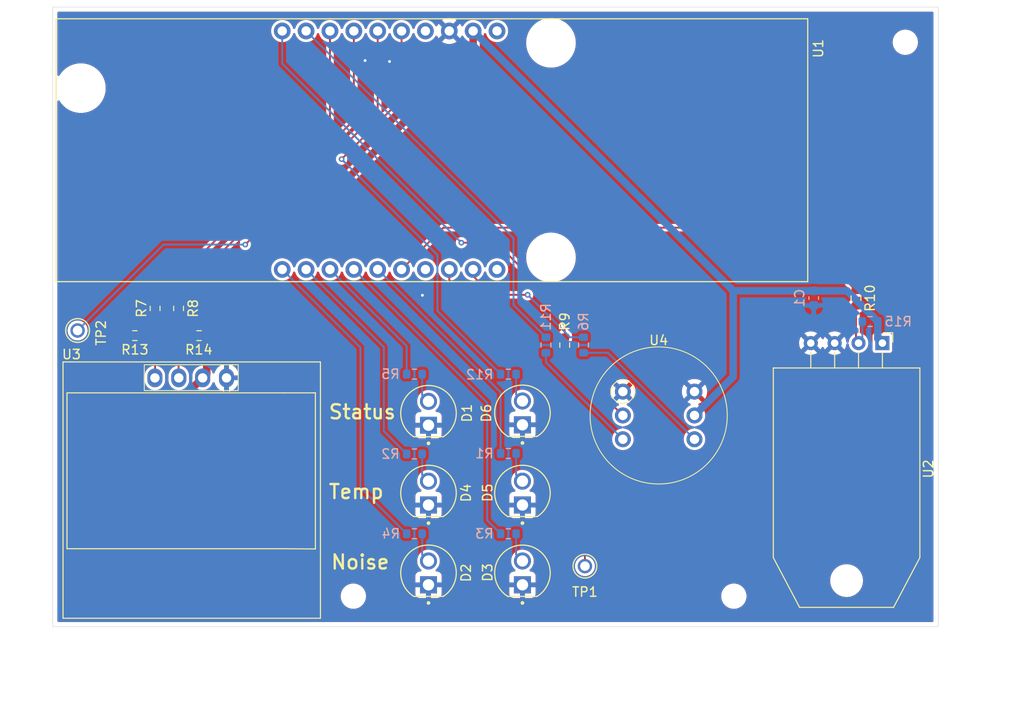
<source format=kicad_pcb>
(kicad_pcb (version 20241229) (generator "pcbnew") (generator_version "9.0")
  (layers (0 "F.Cu" signal) (2 "B.Cu" signal) (13 "F.Paste" user) (15 "B.Paste" user) (5 "F.SilkS" user "F.Silkscreen") (7 "B.SilkS" user "B.Silkscreen") (1 "F.Mask" user) (3 "B.Mask" user) (25 "Edge.Cuts" user))
  (net 0 "")
  (net 1 "+3.3V")
  (net 2 "GND")
  (net 3 "Net-(D1-PadA)")
  (net 4 "Net-(U1-GPIO2)")
  (net 5 "Net-(U1-GPIO3)")
  (net 6 "Net-(U1-GPIO4)")
  (net 7 "Net-(U1-GPIO5)")
  (net 8 "Net-(U2-SDA)")
  (net 9 "Net-(U1-GPIO13)")
  (net 10 "Net-(U3-SDA)")
  (net 11 "Net-(U1-GPIO14)")
  (net 12 "Net-(U3-SCL)")
  (net 13 "Net-(U1-GPIO15)")
  (net 14 "Net-(U1-GPIO16)")
  (net 15 "Net-(U1-GPIO32)")
  (net 16 "Net-(U1-GPIO33)")
  (net 21 "Net-(D4-PadA)")
  (net 22 "Net-(D2-PadA)")
  (net 23 "Net-(D3-PadA)")
  (net 24 "Net-(U1-GPI36)")
  (net 25 "Net-(U1-GPI35)")
  (net 26 "Net-(U4-SCK)")
  (net 27 "Net-(U4-SD)")
  (net 28 "Net-(D5-PadA)")
  (net 29 "Net-(D6-PadA)")
  (net 30 "Net-(U4-WS)")
  (net 31 "Net-(U1-GPIO0)")
  (net 32 "Net-(U1-GPIO1)")
  (footprint "Custom_Parts:5002" (layer "F.Cu") (at 77.65 80.95 -90)
    (property "Reference" "TP2" (at 0.25 -2.5 90) (layer "F.SilkS"))
    (property "Value" "5002" (hide yes))
    (fp_circle (center 0 0) (end 1.27 0) (stroke (width 0.127)) (fill no) (layer "F.SilkS"))
    (pad "TP" thru_hole circle (at 0 0 270) (size 1.53 1.53) (drill 1.02) (layers "*.Cu" "*.Mask") (net 32 "Net-(U1-GPIO1)"))
  )
  (footprint "Custom_Parts:Standard_LED_Throughhole" (layer "F.Cu") (at 125 106.77 90)
    (property "Reference" "D3" (at 0.04 -3.708 90) (layer "F.SilkS"))
    (property "Value" "LED" (hide yes))
    (fp_line (start -2.5 -1.566) (end -2.5 1.566) (stroke (width 0.127)) (layer "F.SilkS"))
    (fp_arc (start -2.5 -1.566) (mid 2.961291 0) (end -2.5 1.566) (stroke (width 0.127)) (layer "F.SilkS"))
    (fp_circle (center -3.2 0) (end -3.1 0) (stroke (width 0.2)) (fill no) (layer "F.SilkS"))
    (pad "A" thru_hole circle (at 1.27 0 90) (size 1.815 1.815) (drill 1.21) (layers "*.Cu" "*.Mask") (net 23 "Net-(D3-PadA)"))
    (pad "C" thru_hole rect (at -1.27 0 90) (size 1.815 1.815) (drill 1.21) (layers "*.Cu" "*.Mask") (net 2 "GND"))
  )
  (footprint "Custom_Parts:INMP441" (layer "F.Cu") (at 139.5 90)
    (property "Reference" "U4" (at 0 -8 0) (layer "F.SilkS"))
    (property "Value" "INMP441" (hide yes))
    (fp_circle (center -3.81 -2.54) (end -2.5654 -2.54) (stroke (width 0.1)) (fill no) (layer "F.SilkS"))
    (fp_circle (center 0 0) (end 7.3 0) (stroke (width 0.1)) (fill no) (layer "F.SilkS"))
    (pad "1" thru_hole circle (at -3.81 -2.54) (size 1.7 1.7) (drill 1) (layers "*.Cu" "*.Mask") (net 2 "GND"))
    (pad "2" thru_hole circle (at 3.81 -2.54) (size 1.7 1.7) (drill 1) (layers "*.Cu" "*.Mask") (net 2 "GND"))
    (pad "3" thru_hole circle (at -3.81 0) (size 1.7 1.7) (drill 1) (layers "*.Cu" "*.Mask") (net 30 "Net-(U4-WS)"))
    (pad "4" thru_hole circle (at 3.81 0) (size 1.7 1.7) (drill 1) (layers "*.Cu" "*.Mask") (net 1 "+3.3V"))
    (pad "5" thru_hole circle (at -3.81 2.54) (size 1.7 1.7) (drill 1) (layers "*.Cu" "*.Mask") (net 26 "Net-(U4-SCK)"))
    (pad "6" thru_hole circle (at 3.81 2.54) (size 1.7 1.7) (drill 1) (layers "*.Cu" "*.Mask") (net 27 "Net-(U4-SD)"))
  )
  (footprint "MountingHole:MountingHole_2.2mm_M2" (layer "F.Cu") (at 165.75 50.25)
    (property "Reference" "H3" (hide yes))
    (property "Value" "MountingHole" (hide yes))
    (pad "" np_thru_hole circle (at 0 0) (size 2.2 2.2) (drill 2.2) (layers "*.Cu" "*.Mask"))
  )
  (footprint "Resistor_SMD:R_0603_1608Metric" (layer "F.Cu") (at 90.575 81.5)
    (property "Reference" "R14" (at -0.025 1.5 0) (layer "F.SilkS"))
    (property "Value" "0R" (hide yes))
    (fp_line (start -0.237258 -0.5225) (end 0.237258 -0.5225) (stroke (width 0.12)) (layer "F.SilkS"))
    (fp_line (start -0.237258 0.5225) (end 0.237258 0.5225) (stroke (width 0.12)) (layer "F.SilkS"))
    (pad "1" smd roundrect (at -0.825 0) (size 0.8 0.95) (layers "F.Cu" "F.Mask" "F.Paste") (net 10 "Net-(U3-SDA)"))
    (pad "2" smd roundrect (at 0.825 0) (size 0.8 0.95) (layers "F.Cu" "F.Mask" "F.Paste") (net 1 "+3.3V"))
  )
  (footprint "MountingHole:MountingHole_2.2mm_M2" (layer "F.Cu") (at 147.5 109.25)
    (property "Reference" "H2" (hide yes))
    (property "Value" "MountingHole" (hide yes))
    (pad "" np_thru_hole circle (at 0 0) (size 2.2 2.2) (drill 2.2) (layers "*.Cu" "*.Mask"))
  )
  (footprint "MountingHole:MountingHole_2.2mm_M2" (layer "F.Cu") (at 107 109.25)
    (property "Reference" "H1" (hide yes))
    (property "Value" "MountingHole" (hide yes))
    (pad "" np_thru_hole circle (at 0 0) (size 2.2 2.2) (drill 2.2) (layers "*.Cu" "*.Mask"))
  )
  (footprint "Custom_Parts:5002" (layer "F.Cu") (at 131.65 106.05 180)
    (property "Reference" "TP1" (at 0 -2.75 0) (layer "F.SilkS"))
    (property "Value" "5002" (hide yes))
    (fp_circle (center 0 0) (end 1.27 0) (stroke (width 0.127)) (fill no) (layer "F.SilkS"))
    (pad "TP" thru_hole circle (at 0 0 180) (size 1.53 1.53) (drill 1.02) (layers "*.Cu" "*.Mask") (net 25 "Net-(U1-GPI35)"))
  )
  (footprint "Custom_Parts:ESP32-POE" (layer "F.Cu") (at 115.363 61.75 -90)
    (property "Reference" "U1" (at -10.825 -41.135 90) (layer "F.SilkS"))
    (property "Value" "ESP32-POE")
    (fp_line (start -14 40) (end 14 40) (stroke (width 0.127)) (layer "F.SilkS"))
    (fp_line (start 14 40) (end 14 -40) (stroke (width 0.127)) (layer "F.SilkS"))
    (fp_line (start -14 -40) (end -14 40) (stroke (width 0.127)) (layer "F.SilkS"))
    (fp_line (start 14 -40) (end -14 -40) (stroke (width 0.127)) (layer "F.SilkS"))
    (pad "" np_thru_hole circle (at -11.44 -12.675 270) (size 2.2 2.2) (drill 2.2) (layers "*.Cu" "*.Mask"))
    (pad "" np_thru_hole circle (at -6.614 37.363 270) (size 2.2 2.2) (drill 2.2) (layers "*.Cu" "*.Mask"))
    (pad "" np_thru_hole circle (at 11.42 -12.675 270) (size 2.2 2.2) (drill 2.2) (layers "*.Cu" "*.Mask"))
    (pad "EXT1_1" thru_hole circle (at -12.7 -6.93 270) (size 1.778 1.778) (drill 1) (layers "*.Cu" "*.Mask"))
    (pad "EXT1_2" thru_hole circle (at -12.7 -4.39 270) (size 1.778 1.778) (drill 1) (layers "*.Cu" "*.Mask") (net 1 "+3.3V"))
    (pad "EXT1_3" thru_hole circle (at -12.7 -1.85 270) (size 1.778 1.778) (drill 1) (layers "*.Cu" "*.Mask") (net 2 "GND"))
    (pad "EXT1_4" thru_hole circle (at -12.7 0.69 270) (size 1.778 1.778) (drill 1) (layers "*.Cu" "*.Mask"))
    (pad "EXT1_5" thru_hole circle (at -12.7 3.23 270) (size 1.778 1.778) (drill 1) (layers "*.Cu" "*.Mask") (net 31 "Net-(U1-GPIO0)"))
    (pad "EXT1_6" thru_hole circle (at -12.7 5.77 270) (size 1.778 1.778) (drill 1) (layers "*.Cu" "*.Mask") (net 32 "Net-(U1-GPIO1)"))
    (pad "EXT1_7" thru_hole circle (at -12.7 8.31 270) (size 1.778 1.778) (drill 1) (layers "*.Cu" "*.Mask") (net 4 "Net-(U1-GPIO2)"))
    (pad "EXT1_8" thru_hole circle (at -12.7 10.85 270) (size 1.778 1.778) (drill 1) (layers "*.Cu" "*.Mask") (net 5 "Net-(U1-GPIO3)"))
    (pad "EXT1_9" thru_hole circle (at -12.7 13.39 270) (size 1.778 1.778) (drill 1) (layers "*.Cu" "*.Mask") (net 6 "Net-(U1-GPIO4)"))
    (pad "EXT1_10" thru_hole circle (at -12.7 15.93 270) (size 1.778 1.778) (drill 1) (layers "*.Cu" "*.Mask") (net 7 "Net-(U1-GPIO5)"))
    (pad "EXT2_1" thru_hole circle (at 12.7 -6.93 270) (size 1.778 1.778) (drill 1) (layers "*.Cu" "*.Mask"))
    (pad "EXT2_2" thru_hole circle (at 12.7 -4.39 270) (size 1.778 1.778) (drill 1) (layers "*.Cu" "*.Mask") (net 24 "Net-(U1-GPI36)"))
    (pad "EXT2_3" thru_hole circle (at 12.7 -1.85 270) (size 1.778 1.778) (drill 1) (layers "*.Cu" "*.Mask") (net 25 "Net-(U1-GPI35)"))
    (pad "EXT2_4" thru_hole circle (at 12.7 0.69 270) (size 1.778 1.778) (drill 1) (layers "*.Cu" "*.Mask"))
    (pad "EXT2_5" thru_hole circle (at 12.7 3.23 270) (size 1.778 1.778) (drill 1) (layers "*.Cu" "*.Mask") (net 16 "Net-(U1-GPIO33)"))
    (pad "EXT2_6" thru_hole circle (at 12.7 5.77 270) (size 1.778 1.778) (drill 1) (layers "*.Cu" "*.Mask") (net 15 "Net-(U1-GPIO32)"))
    (pad "EXT2_7" thru_hole circle (at 12.7 8.31 270) (size 1.778 1.778) (drill 1) (layers "*.Cu" "*.Mask") (net 14 "Net-(U1-GPIO16)"))
    (pad "EXT2_8" thru_hole circle (at 12.7 10.85 270) (size 1.778 1.778) (drill 1) (layers "*.Cu" "*.Mask") (net 13 "Net-(U1-GPIO15)"))
    (pad "EXT2_9" thru_hole circle (at 12.7 13.39 270) (size 1.778 1.778) (drill 1) (layers "*.Cu" "*.Mask") (net 11 "Net-(U1-GPIO14)"))
    (pad "EXT2_10" thru_hole circle (at 12.7 15.93 270) (size 1.778 1.778) (drill 1) (layers "*.Cu" "*.Mask") (net 9 "Net-(U1-GPIO13)"))
    (zone (net 0) (net_name "") (layer "F.Cu") (connect_pads (clearance 0)) (min_thickness 2.65)
      (keepout (tracks not_allowed) (vias not_allowed) (pads not_allowed) (copperpour not_allowed) (footprints allowed))
      (fill (thermal_gap 0.508) (thermal_bridge_width 0.508))
      (polygon (pts (xy 78 57.786) (xy 77.740255 57.77324) (xy 77.483011 57.735081) (xy 77.230746 57.671892) (xy 76.985889 57.584281) (xy 76.750799 57.473091) (xy 76.527739 57.339394) (xy 76.318858 57.184478) (xy 76.126167 57.009833) (xy 75.951522 56.817142) (xy 75.796606 56.608261) (xy 75.662909 56.385201) (xy 75.551719 56.150111) (xy 75.464108 55.905254) (xy 75.400919 55.652989) (xy 75.36276 55.395745) (xy 75.35 55.136) (xy 75.36276 54.876255) (xy 75.400919 54.619011) (xy 75.464108 54.366746) (xy 75.551719 54.121889) (xy 75.662909 53.886799) (xy 75.796606 53.663739) (xy 75.951522 53.454858) (xy 76.126167 53.262167) (xy 76.318858 53.087522) (xy 76.527739 52.932606) (xy 76.750799 52.798909) (xy 76.985889 52.687719) (xy 77.230746 52.600108) (xy 77.483011 52.536919) (xy 77.740255 52.49876) (xy 78 52.486) (xy 78.259745 52.49876) (xy 78.516989 52.536919) (xy 78.769254 52.600108) (xy 79.014111 52.687719) (xy 79.249201 52.798909) (xy 79.472261 52.932606) (xy 79.681142 53.087522) (xy 79.873833 53.262167) (xy 80.048478 53.454858) (xy 80.203394 53.663739) (xy 80.337091 53.886799) (xy 80.448281 54.121889) (xy 80.535892 54.366746) (xy 80.599081 54.619011) (xy 80.63724 54.876255) (xy 80.65 55.136) (xy 80.63724 55.395745) (xy 80.599081 55.652989) (xy 80.535892 55.905254) (xy 80.448281 56.150111) (xy 80.337091 56.385201) (xy 80.203394 56.608261) (xy 80.048478 56.817142) (xy 79.873833 57.009833) (xy 79.681142 57.184478) (xy 79.472261 57.339394) (xy 79.249201 57.473091) (xy 79.014111 57.584281) (xy 78.769254 57.671892) (xy 78.516989 57.735081) (xy 78.259745 57.77324)))
    )
    (zone (net 0) (net_name "") (layer "F.Cu") (connect_pads (clearance 0)) (min_thickness 2.65)
      (keepout (tracks not_allowed) (vias not_allowed) (pads not_allowed) (copperpour not_allowed) (footprints allowed))
      (fill (thermal_gap 0.508) (thermal_bridge_width 0.508))
      (polygon (pts (xy 128.038 52.96) (xy 127.778255 52.94724) (xy 127.521011 52.909081) (xy 127.268746 52.845892) (xy 127.023889 52.758281) (xy 126.788799 52.647091) (xy 126.565739 52.513394) (xy 126.356858 52.358478) (xy 126.164167 52.183833) (xy 125.989522 51.991142) (xy 125.834606 51.782261) (xy 125.700909 51.559201) (xy 125.589719 51.324111) (xy 125.502108 51.079254) (xy 125.438919 50.826989) (xy 125.40076 50.569745) (xy 125.388 50.31) (xy 125.40076 50.050255) (xy 125.438919 49.793011) (xy 125.502108 49.540746) (xy 125.589719 49.295889) (xy 125.700909 49.060799) (xy 125.834606 48.837739) (xy 125.989522 48.628858) (xy 126.164167 48.436167) (xy 126.356858 48.261522) (xy 126.565739 48.106606) (xy 126.788799 47.972909) (xy 127.023889 47.861719) (xy 127.268746 47.774108) (xy 127.521011 47.710919) (xy 127.778255 47.67276) (xy 128.038 47.66) (xy 128.297745 47.67276) (xy 128.554989 47.710919) (xy 128.807254 47.774108) (xy 129.052111 47.861719) (xy 129.287201 47.972909) (xy 129.510261 48.106606) (xy 129.719142 48.261522) (xy 129.911833 48.436167) (xy 130.086478 48.628858) (xy 130.241394 48.837739) (xy 130.375091 49.060799) (xy 130.486281 49.295889) (xy 130.573892 49.540746) (xy 130.637081 49.793011) (xy 130.67524 50.050255) (xy 130.688 50.31) (xy 130.67524 50.569745) (xy 130.637081 50.826989) (xy 130.573892 51.079254) (xy 130.486281 51.324111) (xy 130.375091 51.559201) (xy 130.241394 51.782261) (xy 130.086478 51.991142) (xy 129.911833 52.183833) (xy 129.719142 52.358478) (xy 129.510261 52.513394) (xy 129.287201 52.647091) (xy 129.052111 52.758281) (xy 128.807254 52.845892) (xy 128.554989 52.909081) (xy 128.297745 52.94724)))
    )
    (zone (net 0) (net_name "") (layer "F.Cu") (connect_pads (clearance 0)) (min_thickness 2.65)
      (keepout (tracks not_allowed) (vias not_allowed) (pads not_allowed) (copperpour not_allowed) (footprints allowed))
      (fill (thermal_gap 0.508) (thermal_bridge_width 0.508))
      (polygon (pts (xy 128.038 75.82) (xy 127.778255 75.80724) (xy 127.521011 75.769081) (xy 127.268746 75.705892) (xy 127.023889 75.618281) (xy 126.788799 75.507091) (xy 126.565739 75.373394) (xy 126.356858 75.218478) (xy 126.164167 75.043833) (xy 125.989522 74.851142) (xy 125.834606 74.642261) (xy 125.700909 74.419201) (xy 125.589719 74.184111) (xy 125.502108 73.939254) (xy 125.438919 73.686989) (xy 125.40076 73.429745) (xy 125.388 73.17) (xy 125.40076 72.910255) (xy 125.438919 72.653011) (xy 125.502108 72.400746) (xy 125.589719 72.155889) (xy 125.700909 71.920799) (xy 125.834606 71.697739) (xy 125.989522 71.488858) (xy 126.164167 71.296167) (xy 126.356858 71.121522) (xy 126.565739 70.966606) (xy 126.788799 70.832909) (xy 127.023889 70.721719) (xy 127.268746 70.634108) (xy 127.521011 70.570919) (xy 127.778255 70.53276) (xy 128.038 70.52) (xy 128.297745 70.53276) (xy 128.554989 70.570919) (xy 128.807254 70.634108) (xy 129.052111 70.721719) (xy 129.287201 70.832909) (xy 129.510261 70.966606) (xy 129.719142 71.121522) (xy 129.911833 71.296167) (xy 130.086478 71.488858) (xy 130.241394 71.697739) (xy 130.375091 71.920799) (xy 130.486281 72.155889) (xy 130.573892 72.400746) (xy 130.637081 72.653011) (xy 130.67524 72.910255) (xy 130.688 73.17) (xy 130.67524 73.429745) (xy 130.637081 73.686989) (xy 130.573892 73.939254) (xy 130.486281 74.184111) (xy 130.375091 74.419201) (xy 130.241394 74.642261) (xy 130.086478 74.851142) (xy 129.911833 75.043833) (xy 129.719142 75.218478) (xy 129.510261 75.373394) (xy 129.287201 75.507091) (xy 129.052111 75.618281) (xy 128.807254 75.705892) (xy 128.554989 75.769081) (xy 128.297745 75.80724)))
    )
    (zone (net 0) (net_name "") (layer "B.Cu") (connect_pads (clearance 0)) (min_thickness 2.65)
      (keepout (tracks not_allowed) (vias not_allowed) (pads not_allowed) (copperpour not_allowed) (footprints allowed))
      (fill (thermal_gap 0.508) (thermal_bridge_width 0.508))
      (polygon (pts (xy 78 57.786) (xy 77.740255 57.77324) (xy 77.483011 57.735081) (xy 77.230746 57.671892) (xy 76.985889 57.584281) (xy 76.750799 57.473091) (xy 76.527739 57.339394) (xy 76.318858 57.184478) (xy 76.126167 57.009833) (xy 75.951522 56.817142) (xy 75.796606 56.608261) (xy 75.662909 56.385201) (xy 75.551719 56.150111) (xy 75.464108 55.905254) (xy 75.400919 55.652989) (xy 75.36276 55.395745) (xy 75.35 55.136) (xy 75.36276 54.876255) (xy 75.400919 54.619011) (xy 75.464108 54.366746) (xy 75.551719 54.121889) (xy 75.662909 53.886799) (xy 75.796606 53.663739) (xy 75.951522 53.454858) (xy 76.126167 53.262167) (xy 76.318858 53.087522) (xy 76.527739 52.932606) (xy 76.750799 52.798909) (xy 76.985889 52.687719) (xy 77.230746 52.600108) (xy 77.483011 52.536919) (xy 77.740255 52.49876) (xy 78 52.486) (xy 78.259745 52.49876) (xy 78.516989 52.536919) (xy 78.769254 52.600108) (xy 79.014111 52.687719) (xy 79.249201 52.798909) (xy 79.472261 52.932606) (xy 79.681142 53.087522) (xy 79.873833 53.262167) (xy 80.048478 53.454858) (xy 80.203394 53.663739) (xy 80.337091 53.886799) (xy 80.448281 54.121889) (xy 80.535892 54.366746) (xy 80.599081 54.619011) (xy 80.63724 54.876255) (xy 80.65 55.136) (xy 80.63724 55.395745) (xy 80.599081 55.652989) (xy 80.535892 55.905254) (xy 80.448281 56.150111) (xy 80.337091 56.385201) (xy 80.203394 56.608261) (xy 80.048478 56.817142) (xy 79.873833 57.009833) (xy 79.681142 57.184478) (xy 79.472261 57.339394) (xy 79.249201 57.473091) (xy 79.014111 57.584281) (xy 78.769254 57.671892) (xy 78.516989 57.735081) (xy 78.259745 57.77324)))
    )
    (zone (net 0) (net_name "") (layer "B.Cu") (connect_pads (clearance 0)) (min_thickness 2.65)
      (keepout (tracks not_allowed) (vias not_allowed) (pads not_allowed) (copperpour not_allowed) (footprints allowed))
      (fill (thermal_gap 0.508) (thermal_bridge_width 0.508))
      (polygon (pts (xy 128.038 52.96) (xy 127.778255 52.94724) (xy 127.521011 52.909081) (xy 127.268746 52.845892) (xy 127.023889 52.758281) (xy 126.788799 52.647091) (xy 126.565739 52.513394) (xy 126.356858 52.358478) (xy 126.164167 52.183833) (xy 125.989522 51.991142) (xy 125.834606 51.782261) (xy 125.700909 51.559201) (xy 125.589719 51.324111) (xy 125.502108 51.079254) (xy 125.438919 50.826989) (xy 125.40076 50.569745) (xy 125.388 50.31) (xy 125.40076 50.050255) (xy 125.438919 49.793011) (xy 125.502108 49.540746) (xy 125.589719 49.295889) (xy 125.700909 49.060799) (xy 125.834606 48.837739) (xy 125.989522 48.628858) (xy 126.164167 48.436167) (xy 126.356858 48.261522) (xy 126.565739 48.106606) (xy 126.788799 47.972909) (xy 127.023889 47.861719) (xy 127.268746 47.774108) (xy 127.521011 47.710919) (xy 127.778255 47.67276) (xy 128.038 47.66) (xy 128.297745 47.67276) (xy 128.554989 47.710919) (xy 128.807254 47.774108) (xy 129.052111 47.861719) (xy 129.287201 47.972909) (xy 129.510261 48.106606) (xy 129.719142 48.261522) (xy 129.911833 48.436167) (xy 130.086478 48.628858) (xy 130.241394 48.837739) (xy 130.375091 49.060799) (xy 130.486281 49.295889) (xy 130.573892 49.540746) (xy 130.637081 49.793011) (xy 130.67524 50.050255) (xy 130.688 50.31) (xy 130.67524 50.569745) (xy 130.637081 50.826989) (xy 130.573892 51.079254) (xy 130.486281 51.324111) (xy 130.375091 51.559201) (xy 130.241394 51.782261) (xy 130.086478 51.991142) (xy 129.911833 52.183833) (xy 129.719142 52.358478) (xy 129.510261 52.513394) (xy 129.287201 52.647091) (xy 129.052111 52.758281) (xy 128.807254 52.845892) (xy 128.554989 52.909081) (xy 128.297745 52.94724)))
    )
    (zone (net 0) (net_name "") (layer "B.Cu") (connect_pads (clearance 0)) (min_thickness 2.65)
      (keepout (tracks not_allowed) (vias not_allowed) (pads not_allowed) (copperpour not_allowed) (footprints allowed))
      (fill (thermal_gap 0.508) (thermal_bridge_width 0.508))
      (polygon (pts (xy 128.038 75.82) (xy 127.778255 75.80724) (xy 127.521011 75.769081) (xy 127.268746 75.705892) (xy 127.023889 75.618281) (xy 126.788799 75.507091) (xy 126.565739 75.373394) (xy 126.356858 75.218478) (xy 126.164167 75.043833) (xy 125.989522 74.851142) (xy 125.834606 74.642261) (xy 125.700909 74.419201) (xy 125.589719 74.184111) (xy 125.502108 73.939254) (xy 125.438919 73.686989) (xy 125.40076 73.429745) (xy 125.388 73.17) (xy 125.40076 72.910255) (xy 125.438919 72.653011) (xy 125.502108 72.400746) (xy 125.589719 72.155889) (xy 125.700909 71.920799) (xy 125.834606 71.697739) (xy 125.989522 71.488858) (xy 126.164167 71.296167) (xy 126.356858 71.121522) (xy 126.565739 70.966606) (xy 126.788799 70.832909) (xy 127.023889 70.721719) (xy 127.268746 70.634108) (xy 127.521011 70.570919) (xy 127.778255 70.53276) (xy 128.038 70.52) (xy 128.297745 70.53276) (xy 128.554989 70.570919) (xy 128.807254 70.634108) (xy 129.052111 70.721719) (xy 129.287201 70.832909) (xy 129.510261 70.966606) (xy 129.719142 71.121522) (xy 129.911833 71.296167) (xy 130.086478 71.488858) (xy 130.241394 71.697739) (xy 130.375091 71.920799) (xy 130.486281 72.155889) (xy 130.573892 72.400746) (xy 130.637081 72.653011) (xy 130.67524 72.910255) (xy 130.688 73.17) (xy 130.67524 73.429745) (xy 130.637081 73.686989) (xy 130.573892 73.939254) (xy 130.486281 74.184111) (xy 130.375091 74.419201) (xy 130.241394 74.642261) (xy 130.086478 74.851142) (xy 129.911833 75.043833) (xy 129.719142 75.218478) (xy 129.510261 75.373394) (xy 129.287201 75.507091) (xy 129.052111 75.618281) (xy 128.807254 75.705892) (xy 128.554989 75.769081) (xy 128.297745 75.80724)))
    )
  )
  (footprint "Custom_Parts:Standard_LED_Throughhole" (layer "F.Cu") (at 115 89.77 90)
    (property "Reference" "D1" (at 0.02 4.1 90) (layer "F.SilkS"))
    (property "Value" "LED" (hide yes))
    (fp_line (start -2.5 -1.566) (end -2.5 1.566) (stroke (width 0.127)) (layer "F.SilkS"))
    (fp_arc (start -2.5 -1.566) (mid 2.961291 0) (end -2.5 1.566) (stroke (width 0.127)) (layer "F.SilkS"))
    (fp_circle (center -3.2 0) (end -3.1 0) (stroke (width 0.2)) (fill no) (layer "F.SilkS"))
    (pad "A" thru_hole circle (at 1.27 0 90) (size 1.815 1.815) (drill 1.21) (layers "*.Cu" "*.Mask") (net 3 "Net-(D1-PadA)"))
    (pad "C" thru_hole rect (at -1.27 0 90) (size 1.815 1.815) (drill 1.21) (layers "*.Cu" "*.Mask") (net 2 "GND"))
  )
  (footprint "Custom_Parts:Standard_LED_Throughhole" (layer "F.Cu") (at 125 98.27 90)
    (property "Reference" "D5" (at 0.04 -3.708 90) (layer "F.SilkS"))
    (property "Value" "LED" (hide yes))
    (fp_line (start -2.5 -1.566) (end -2.5 1.566) (stroke (width 0.127)) (layer "F.SilkS"))
    (fp_arc (start -2.5 -1.566) (mid 2.961291 0) (end -2.5 1.566) (stroke (width 0.127)) (layer "F.SilkS"))
    (fp_circle (center -3.2 0) (end -3.1 0) (stroke (width 0.2)) (fill no) (layer "F.SilkS"))
    (pad "A" thru_hole circle (at 1.27 0 90) (size 1.815 1.815) (drill 1.21) (layers "*.Cu" "*.Mask") (net 28 "Net-(D5-PadA)"))
    (pad "C" thru_hole rect (at -1.27 0 90) (size 1.815 1.815) (drill 1.21) (layers "*.Cu" "*.Mask") (net 2 "GND"))
  )
  (footprint "Sensor:ASAIR_AM2302_P2.54mm_Lead2.75mm_TabDown" (layer "F.Cu") (at 163.31 82.2925 -90)
    (property "Reference" "U2" (at 13.4 -4.9 90) (layer "F.SilkS"))
    (property "Value" "AM2302")
    (fp_line (start 2.65 11.61) (end 2.65 -3.99) (stroke (width 0.12)) (layer "F.SilkS"))
    (fp_line (start 22.85 11.61) (end 2.65 11.61) (stroke (width 0.12)) (layer "F.SilkS"))
    (fp_line (start 28.15 8.81) (end 22.85 11.61) (stroke (width 0.12)) (layer "F.SilkS"))
    (fp_line (start 1.01 7.62) (end 2.65 7.62) (stroke (width 0.12)) (layer "F.SilkS"))
    (fp_line (start 1.01 5.08) (end 2.65 5.08) (stroke (width 0.12)) (layer "F.SilkS"))
    (fp_line (start 1.01 2.54) (end 2.65 2.54) (stroke (width 0.12)) (layer "F.SilkS"))
    (fp_line (start 1.01 0) (end 2.65 0) (stroke (width 0.12)) (layer "F.SilkS"))
    (fp_line (start -1.1 -0.1) (end -1.1 -1.1) (stroke (width 0.12)) (layer "F.SilkS"))
    (fp_line (start -1.1 -1.1) (end -0.1 -1.1) (stroke (width 0.12)) (layer "F.SilkS"))
    (fp_line (start 28.15 -1.19) (end 28.15 8.81) (stroke (width 0.12)) (layer "F.SilkS"))
    (fp_line (start 2.65 -3.99) (end 22.85 -3.99) (stroke (width 0.12)) (layer "F.SilkS"))
    (fp_line (start 22.85 -3.99) (end 28.15 -1.19) (stroke (width 0.12)) (layer "F.SilkS"))
    (pad "" np_thru_hole circle (at 25.3 3.81 270) (size 3 3) (drill 3) (layers "*.Cu" "*.Mask"))
    (pad "1" thru_hole rect (at 0 0 270) (size 1.5 1.5) (drill 0.8) (layers "*.Cu" "*.Mask") (net 1 "+3.3V"))
    (pad "2" thru_hole circle (at 0 2.54 270) (size 1.5 1.5) (drill 0.8) (layers "*.Cu" "*.Mask") (net 8 "Net-(U2-SDA)"))
    (pad "3" thru_hole circle (at 0 5.08 270) (size 1.5 1.5) (drill 0.8) (layers "*.Cu" "*.Mask") (net 2 "GND"))
    (pad "4" thru_hole circle (at 0 7.62 270) (size 1.5 1.5) (drill 0.8) (layers "*.Cu" "*.Mask") (net 2 "GND"))
  )
  (footprint "Resistor_SMD:R_0603_1608Metric" (layer "F.Cu") (at 83.75 81.5 180)
    (property "Reference" "R13" (at 0 -1.5 0) (layer "F.SilkS"))
    (property "Value" "0R" (hide yes))
    (fp_line (start -0.237258 0.5225) (end 0.237258 0.5225) (stroke (width 0.12)) (layer "F.SilkS"))
    (fp_line (start -0.237258 -0.5225) (end 0.237258 -0.5225) (stroke (width 0.12)) (layer "F.SilkS"))
    (pad "1" smd roundrect (at -0.825 0 180) (size 0.8 0.95) (layers "F.Cu" "F.Mask" "F.Paste") (net 12 "Net-(U3-SCL)"))
    (pad "2" smd roundrect (at 0.825 0 180) (size 0.8 0.95) (layers "F.Cu" "F.Mask" "F.Paste") (net 1 "+3.3V"))
  )
  (footprint "Custom_Parts:SSD1306" (layer "F.Cu") (at 89.5 96.6)
    (property "Reference" "U3" (at -12.5 -13.1 0) (layer "F.SilkS"))
    (property "Value" "SSD1306" (hide yes))
    (fp_line (start -13.4 -12.3) (end 14 -12.3) (stroke (width 0.12)) (layer "F.SilkS"))
    (fp_line (start -13.4 15) (end -13.4 -12.3) (stroke (width 0.12)) (layer "F.SilkS"))
    (fp_line (start -12.978 -9.005) (end 10.122 -9.005) (stroke (width 0.12)) (layer "F.SilkS"))
    (fp_line (start -12.978 7.595) (end -12.978 -9.005) (stroke (width 0.12)) (layer "F.SilkS"))
    (fp_line (start 10.122 -9.005) (end 13.208 -9.005) (stroke (width 0.12)) (layer "F.SilkS"))
    (fp_line (start 10.122 7.595) (end -12.978 7.595) (stroke (width 0.12)) (layer "F.SilkS"))
    (fp_line (start 10.122 7.595) (end 13.462 7.62) (stroke (width 0.12)) (layer "F.SilkS"))
    (fp_line (start 13.462 -9.017) (end 13.208 -9.005) (stroke (width 0.12)) (layer "F.SilkS"))
    (fp_line (start 13.462 7.62) (end 13.462 -9.017) (stroke (width 0.12)) (layer "F.SilkS"))
    (fp_line (start 14 -12.3) (end 14 15) (stroke (width 0.12)) (layer "F.SilkS"))
    (fp_line (start 14 15) (end -13.4 15) (stroke (width 0.12)) (layer "F.SilkS"))
    (fp_rect (start -4.75 -12) (end 5.25 -9.25) (stroke (width 0.1)) (fill no) (layer "F.SilkS"))
    (pad "1" thru_hole oval (at -3.62 -10.6 90) (size 2 1.6) (drill 1) (layers "*.Cu" "*.Mask") (net 12 "Net-(U3-SCL)"))
    (pad "2" thru_hole oval (at -1.08 -10.6 90) (size 2 1.6) (drill 1) (layers "*.Cu" "*.Mask") (net 10 "Net-(U3-SDA)"))
    (pad "3" thru_hole oval (at 1.46 -10.6 90) (size 2 1.6) (drill 1) (layers "*.Cu" "*.Mask") (net 1 "+3.3V"))
    (pad "4" thru_hole oval (at 4 -10.6 90) (size 2 1.6) (drill 1) (layers "*.Cu" "*.Mask") (net 2 "GND"))
  )
  (footprint "Custom_Parts:Standard_LED_Throughhole" (layer "F.Cu") (at 115 106.77 90)
    (property "Reference" "D2" (at 0 4 90) (layer "F.SilkS"))
    (property "Value" "LED" (hide yes))
    (fp_line (start -2.5 -1.566) (end -2.5 1.566) (stroke (width 0.127)) (layer "F.SilkS"))
    (fp_arc (start -2.5 -1.566) (mid 2.961291 0) (end -2.5 1.566) (stroke (width 0.127)) (layer "F.SilkS"))
    (fp_circle (center -3.2 0) (end -3.1 0) (stroke (width 0.2)) (fill no) (layer "F.SilkS"))
    (pad "A" thru_hole circle (at 1.27 0 90) (size 1.815 1.815) (drill 1.21) (layers "*.Cu" "*.Mask") (net 22 "Net-(D2-PadA)"))
    (pad "C" thru_hole rect (at -1.27 0 90) (size 1.815 1.815) (drill 1.21) (layers "*.Cu" "*.Mask") (net 2 "GND"))
  )
  (footprint "Custom_Parts:Standard_LED_Throughhole" (layer "F.Cu") (at 115 98.27 90)
    (property "Reference" "D4" (at 0.02 4 90) (layer "F.SilkS"))
    (property "Value" "LED" (hide yes))
    (fp_line (start -2.5 -1.566) (end -2.5 1.566) (stroke (width 0.127)) (layer "F.SilkS"))
    (fp_arc (start -2.5 -1.566) (mid 2.961291 0) (end -2.5 1.566) (stroke (width 0.127)) (layer "F.SilkS"))
    (fp_circle (center -3.2 0) (end -3.1 0) (stroke (width 0.2)) (fill no) (layer "F.SilkS"))
    (pad "A" thru_hole circle (at 1.27 0 90) (size 1.815 1.815) (drill 1.21) (layers "*.Cu" "*.Mask") (net 21 "Net-(D4-PadA)"))
    (pad "C" thru_hole rect (at -1.27 0 90) (size 1.815 1.815) (drill 1.21) (layers "*.Cu" "*.Mask") (net 2 "GND"))
  )
  (footprint "Resistor_SMD:R_0603_1608Metric" (layer "F.Cu") (at 85.9 78.6 90)
    (property "Reference" "R7" (at 0 -1.45 270) (layer "F.SilkS"))
    (property "Value" "0R" (hide yes))
    (fp_line (start -0.237258 -0.5225) (end 0.237258 -0.5225) (stroke (width 0.12)) (layer "F.SilkS"))
    (fp_line (start -0.237258 0.5225) (end 0.237258 0.5225) (stroke (width 0.12)) (layer "F.SilkS"))
    (pad "1" smd roundrect (at -0.825 0 90) (size 0.8 0.95) (layers "F.Cu" "F.Mask" "F.Paste") (net 12 "Net-(U3-SCL)"))
    (pad "2" smd roundrect (at 0.825 0 90) (size 0.8 0.95) (layers "F.Cu" "F.Mask" "F.Paste") (net 5 "Net-(U1-GPIO3)"))
  )
  (footprint "Resistor_SMD:R_0603_1608Metric" (layer "F.Cu") (at 160.5 77.5 -90)
    (property "Reference" "R10" (at 0 -1.5 270) (layer "F.SilkS"))
    (property "Value" "0R" (hide yes))
    (fp_line (start -0.237258 0.5225) (end 0.237258 0.5225) (stroke (width 0.12)) (layer "F.SilkS"))
    (fp_line (start -0.237258 -0.5225) (end 0.237258 -0.5225) (stroke (width 0.12)) (layer "F.SilkS"))
    (pad "1" smd roundrect (at -0.825 0 270) (size 0.8 0.95) (layers "F.Cu" "F.Mask" "F.Paste") (net 16 "Net-(U1-GPIO33)"))
    (pad "2" smd roundrect (at 0.825 0 270) (size 0.8 0.95) (layers "F.Cu" "F.Mask" "F.Paste") (net 8 "Net-(U2-SDA)"))
  )
  (footprint "Resistor_SMD:R_0603_1608Metric" (layer "F.Cu") (at 88.4 78.6 90)
    (property "Reference" "R8" (at 0 1.55 90) (layer "F.SilkS"))
    (property "Value" "0R" (hide yes))
    (fp_line (start -0.237258 -0.5225) (end 0.237258 -0.5225) (stroke (width 0.12)) (layer "F.SilkS"))
    (fp_line (start -0.237258 0.5225) (end 0.237258 0.5225) (stroke (width 0.12)) (layer "F.SilkS"))
    (pad "1" smd roundrect (at -0.825 0 90) (size 0.8 0.95) (layers "F.Cu" "F.Mask" "F.Paste") (net 10 "Net-(U3-SDA)"))
    (pad "2" smd roundrect (at 0.825 0 90) (size 0.8 0.95) (layers "F.Cu" "F.Mask" "F.Paste") (net 4 "Net-(U1-GPIO2)"))
  )
  (footprint "Resistor_SMD:R_0603_1608Metric" (layer "F.Cu") (at 129.5 82.5 -90)
    (property "Reference" "R9" (at -2.5 0 90) (layer "F.SilkS"))
    (property "Value" "0R" (hide yes))
    (fp_line (start -0.237258 0.5225) (end 0.237258 0.5225) (stroke (width 0.12)) (layer "F.SilkS"))
    (fp_line (start -0.237258 -0.5225) (end 0.237258 -0.5225) (stroke (width 0.12)) (layer "F.SilkS"))
    (pad "1" smd roundrect (at -0.825 0 270) (size 0.8 0.95) (layers "F.Cu" "F.Mask" "F.Paste") (net 7 "Net-(U1-GPIO5)"))
    (pad "2" smd roundrect (at 0.825 0 270) (size 0.8 0.95) (layers "F.Cu" "F.Mask" "F.Paste") (net 30 "Net-(U4-WS)"))
  )
  (footprint "Custom_Parts:Standard_LED_Throughhole" (layer "F.Cu") (at 125 89.73 90)
    (property "Reference" "D6" (at -0.02 -3.85 90) (layer "F.SilkS"))
    (property "Value" "LED" (hide yes))
    (fp_line (start -2.5 -1.566) (end -2.5 1.566) (stroke (width 0.127)) (layer "F.SilkS"))
    (fp_arc (start -2.5 -1.566) (mid 2.961291 0) (end -2.5 1.566) (stroke (width 0.127)) (layer "F.SilkS"))
    (fp_circle (center -3.2 0) (end -3.1 0) (stroke (width 0.2)) (fill no) (layer "F.SilkS"))
    (pad "A" thru_hole circle (at 1.27 0 90) (size 1.815 1.815) (drill 1.21) (layers "*.Cu" "*.Mask") (net 29 "Net-(D6-PadA)"))
    (pad "C" thru_hole rect (at -1.27 0 90) (size 1.815 1.815) (drill 1.21) (layers "*.Cu" "*.Mask") (net 2 "GND"))
  )
  (footprint "Capacitor_SMD:C_0603_1608Metric" (layer "B.Cu") (at 156 77.5 90)
    (property "Reference" "C1" (at 0 -1.5 90) (layer "B.SilkS") (effects (justify mirror)))
    (property "Value" "0.1µF" (hide yes))
    (fp_line (start -0.14058 -0.51) (end 0.14058 -0.51) (stroke (width 0.12)) (layer "B.SilkS"))
    (fp_line (start -0.14058 0.51) (end 0.14058 0.51) (stroke (width 0.12)) (layer "B.SilkS"))
    (pad "1" smd roundrect (at -0.775 0 90) (size 0.9 0.95) (layers "B.Cu" "B.Mask" "B.Paste") (net 2 "GND"))
    (pad "2" smd roundrect (at 0.775 0 90) (size 0.9 0.95) (layers "B.Cu" "B.Mask" "B.Paste") (net 1 "+3.3V"))
  )
  (footprint "Resistor_SMD:R_0603_1608Metric" (layer "B.Cu") (at 123.5 94.05)
    (property "Reference" "R1" (at -2.55 0 0) (layer "B.SilkS") (effects (justify mirror)))
    (property "Value" "68R" (hide yes))
    (fp_line (start -0.237258 -0.5225) (end 0.237258 -0.5225) (stroke (width 0.12)) (layer "B.SilkS"))
    (fp_line (start -0.237258 0.5225) (end 0.237258 0.5225) (stroke (width 0.12)) (layer "B.SilkS"))
    (pad "1" smd roundrect (at -0.825 0) (size 0.8 0.95) (layers "B.Cu" "B.Mask" "B.Paste") (net 15 "Net-(U1-GPIO32)"))
    (pad "2" smd roundrect (at 0.825 0) (size 0.8 0.95) (layers "B.Cu" "B.Mask" "B.Paste") (net 28 "Net-(D5-PadA)"))
  )
  (footprint "Resistor_SMD:R_0603_1608Metric" (layer "B.Cu") (at 123.5 102.6 180)
    (property "Reference" "R3" (at 2.55 0 0) (layer "B.SilkS") (effects (justify mirror)))
    (property "Value" "68R" (hide yes))
    (fp_line (start -0.237258 0.5225) (end 0.237258 0.5225) (stroke (width 0.12)) (layer "B.SilkS"))
    (fp_line (start -0.237258 -0.5225) (end 0.237258 -0.5225) (stroke (width 0.12)) (layer "B.SilkS"))
    (pad "1" smd roundrect (at -0.825 0 180) (size 0.8 0.95) (layers "B.Cu" "B.Mask" "B.Paste") (net 23 "Net-(D3-PadA)"))
    (pad "2" smd roundrect (at 0.825 0 180) (size 0.8 0.95) (layers "B.Cu" "B.Mask" "B.Paste") (net 14 "Net-(U1-GPIO16)"))
  )
  (footprint "Resistor_SMD:R_0603_1608Metric" (layer "B.Cu") (at 131.5 82.5 -90)
    (property "Reference" "R6" (at -2.5 0 90) (layer "B.SilkS") (effects (justify mirror)))
    (property "Value" "0R" (hide yes))
    (fp_line (start -0.237258 0.5225) (end 0.237258 0.5225) (stroke (width 0.12)) (layer "B.SilkS"))
    (fp_line (start -0.237258 -0.5225) (end 0.237258 -0.5225) (stroke (width 0.12)) (layer "B.SilkS"))
    (pad "1" smd roundrect (at -0.825 0 270) (size 0.8 0.95) (layers "B.Cu" "B.Mask" "B.Paste") (net 24 "Net-(U1-GPI36)"))
    (pad "2" smd roundrect (at 0.825 0 270) (size 0.8 0.95) (layers "B.Cu" "B.Mask" "B.Paste") (net 27 "Net-(U4-SD)"))
  )
  (footprint "Resistor_SMD:R_0603_1608Metric" (layer "B.Cu") (at 127.5 82.5 90)
    (property "Reference" "R11" (at 3 0 270) (layer "B.SilkS") (effects (justify mirror)))
    (property "Value" "0R" (hide yes))
    (fp_line (start -0.237258 -0.5225) (end 0.237258 -0.5225) (stroke (width 0.12)) (layer "B.SilkS"))
    (fp_line (start -0.237258 0.5225) (end 0.237258 0.5225) (stroke (width 0.12)) (layer "B.SilkS"))
    (pad "1" smd roundrect (at -0.825 0 90) (size 0.8 0.95) (layers "B.Cu" "B.Mask" "B.Paste") (net 26 "Net-(U4-SCK)"))
    (pad "2" smd roundrect (at 0.825 0 90) (size 0.8 0.95) (layers "B.Cu" "B.Mask" "B.Paste") (net 6 "Net-(U1-GPIO4)"))
  )
  (footprint "Resistor_SMD:R_0603_1608Metric" (layer "B.Cu") (at 113.5 102.6 180)
    (property "Reference" "R4" (at 2.5 0 0) (layer "B.SilkS") (effects (justify mirror)))
    (property "Value" "68R" (hide yes))
    (fp_line (start -0.237258 0.5225) (end 0.237258 0.5225) (stroke (width 0.12)) (layer "B.SilkS"))
    (fp_line (start -0.237258 -0.5225) (end 0.237258 -0.5225) (stroke (width 0.12)) (layer "B.SilkS"))
    (pad "1" smd roundrect (at -0.825 0 180) (size 0.8 0.95) (layers "B.Cu" "B.Mask" "B.Paste") (net 22 "Net-(D2-PadA)"))
    (pad "2" smd roundrect (at 0.825 0 180) (size 0.8 0.95) (layers "B.Cu" "B.Mask" "B.Paste") (net 9 "Net-(U1-GPIO13)"))
  )
  (footprint "Resistor_SMD:R_0603_1608Metric" (layer "B.Cu") (at 113.5 85.6 180)
    (property "Reference" "R5" (at 2.55 0 0) (layer "B.SilkS") (effects (justify mirror)))
    (property "Value" "68R" (hide yes))
    (fp_line (start -0.237258 0.5225) (end 0.237258 0.5225) (stroke (width 0.12)) (layer "B.SilkS"))
    (fp_line (start -0.237258 -0.5225) (end 0.237258 -0.5225) (stroke (width 0.12)) (layer "B.SilkS"))
    (pad "1" smd roundrect (at -0.825 0 180) (size 0.8 0.95) (layers "B.Cu" "B.Mask" "B.Paste") (net 3 "Net-(D1-PadA)"))
    (pad "2" smd roundrect (at 0.825 0 180) (size 0.8 0.95) (layers "B.Cu" "B.Mask" "B.Paste") (net 13 "Net-(U1-GPIO15)"))
  )
  (footprint "Resistor_SMD:R_0603_1608Metric" (layer "B.Cu") (at 162 80)
    (property "Reference" "R15" (at 3 0 0) (layer "B.SilkS") (effects (justify mirror)))
    (property "Value" "10K" (hide yes))
    (fp_line (start -0.237258 -0.5225) (end 0.237258 -0.5225) (stroke (width 0.12)) (layer "B.SilkS"))
    (fp_line (start -0.237258 0.5225) (end 0.237258 0.5225) (stroke (width 0.12)) (layer "B.SilkS"))
    (pad "1" smd roundrect (at -0.825 0) (size 0.8 0.95) (layers "B.Cu" "B.Mask" "B.Paste") (net 8 "Net-(U2-SDA)"))
    (pad "2" smd roundrect (at 0.825 0) (size 0.8 0.95) (layers "B.Cu" "B.Mask" "B.Paste") (net 1 "+3.3V"))
  )
  (footprint "Resistor_SMD:R_0603_1608Metric" (layer "B.Cu") (at 113.5 94.1 180)
    (property "Reference" "R2" (at 2.55 0 0) (layer "B.SilkS") (effects (justify mirror)))
    (property "Value" "68R" (hide yes))
    (fp_line (start -0.237258 0.5225) (end 0.237258 0.5225) (stroke (width 0.12)) (layer "B.SilkS"))
    (fp_line (start -0.237258 -0.5225) (end 0.237258 -0.5225) (stroke (width 0.12)) (layer "B.SilkS"))
    (pad "1" smd roundrect (at -0.825 0 180) (size 0.8 0.95) (layers "B.Cu" "B.Mask" "B.Paste") (net 21 "Net-(D4-PadA)"))
    (pad "2" smd roundrect (at 0.825 0 180) (size 0.8 0.95) (layers "B.Cu" "B.Mask" "B.Paste") (net 11 "Net-(U1-GPIO14)"))
  )
  (footprint "Resistor_SMD:R_0603_1608Metric" (layer "B.Cu") (at 123.5 85.6 180)
    (property "Reference" "R12" (at 3.05 -0.05 0) (layer "B.SilkS") (effects (justify mirror)))
    (property "Value" "68R" (hide yes))
    (fp_line (start -0.237258 0.5225) (end 0.237258 0.5225) (stroke (width 0.12)) (layer "B.SilkS"))
    (fp_line (start -0.237258 -0.5225) (end 0.237258 -0.5225) (stroke (width 0.12)) (layer "B.SilkS"))
    (pad "1" smd roundrect (at -0.825 0 180) (size 0.8 0.95) (layers "B.Cu" "B.Mask" "B.Paste") (net 29 "Net-(D6-PadA)"))
    (pad "2" smd roundrect (at 0.825 0 180) (size 0.8 0.95) (layers "B.Cu" "B.Mask" "B.Paste") (net 31 "Net-(U1-GPIO0)"))
  )
  (gr_rect (start 75 46.5) (end 169.25 112.5) (stroke (width 0.05)) (fill no) (layer "Edge.Cuts"))
  (gr_text "Noise\n" (at 104.5 106.5 0) (layer "F.SilkS") (effects (font (size 1.5 1.5) (thickness 0.25)) (justify left bottom)))
  (gr_text "Temp\n" (at 104.25 99 0) (layer "F.SilkS") (effects (font (size 1.5 1.5) (thickness 0.25)) (justify left bottom)))
  (gr_text "Status\n" (at 104.25 90.5 0) (layer "F.SilkS") (effects (font (size 1.5 1.5) (thickness 0.25)) (justify left bottom)))
  (segment (start 85.05 87.8) (end 82.925 85.675) (width 0.8) (layer "F.Cu") (net 1))
  (segment (start 91.4 79.75) (end 91.4 81.5) (width 0.8) (layer "F.Cu") (net 1))
  (segment (start 119.753 51.397) (end 91.4 79.75) (width 0.8) (layer "F.Cu") (net 1))
  (segment (start 91.4 81.5) (end 91.4 85.56) (width 0.8) (layer "F.Cu") (net 1))
  (segment (start 90.96 86) (end 89.16 87.8) (width 0.8) (layer "F.Cu") (net 1))
  (segment (start 91.4 85.56) (end 90.96 86) (width 0.8) (layer "F.Cu") (net 1))
  (segment (start 119.753 49.05) (end 119.753 51.397) (width 0.8) (layer "F.Cu") (net 1))
  (segment (start 82.925 85.675) (end 82.925 81.5) (width 0.8) (layer "F.Cu") (net 1))
  (segment (start 89.16 87.8) (end 85.05 87.8) (width 0.8) (layer "F.Cu") (net 1))
  (segment (start 147.428 76.725) (end 156 76.725) (width 0.8) (layer "B.Cu") (net 1))
  (segment (start 162.825 81.8075) (end 163.31 82.2925) (width 0.8) (layer "B.Cu") (net 1))
  (segment (start 147.428 85.882) (end 143.31 90) (width 0.8) (layer "B.Cu") (net 1))
  (segment (start 156 76.725) (end 159.55 76.725) (width 0.8) (layer "B.Cu") (net 1))
  (segment (start 159.55 76.725) (end 162.825 80) (width 0.8) (layer "B.Cu") (net 1))
  (segment (start 162.825 80) (end 162.825 81.8075) (width 0.8) (layer "B.Cu") (net 1))
  (segment (start 119.753 49.05) (end 147.428 76.725) (width 0.8) (layer "B.Cu") (net 1))
  (segment (start 147.428 76.725) (end 147.428 85.882) (width 0.8) (layer "B.Cu") (net 1))
  (via (at 108.25 52.2) (size 0.6) (drill 0.3) (layers "F.Cu" "B.Cu") (net 2))
  (via (at 110.85 52.3) (size 0.6) (drill 0.3) (layers "F.Cu" "B.Cu") (net 2))
  (via (at 114.35 77.2) (size 0.6) (drill 0.3) (layers "F.Cu" "B.Cu") (net 2))
  (segment (start 114.325 87.825) (end 115 88.5) (width 0.2) (layer "B.Cu") (net 3))
  (segment (start 114.325 85.6) (end 114.325 87.825) (width 0.2) (layer "B.Cu") (net 3))
  (segment (start 107.053 49.05) (end 107.053 58.547) (width 0.2) (layer "F.Cu") (net 4))
  (segment (start 88.4 77.2) (end 88.4 77.775) (width 0.2) (layer "F.Cu") (net 4))
  (segment (start 107.053 58.547) (end 88.4 77.2) (width 0.2) (layer "F.Cu") (net 4))
  (segment (start 104.513 49.05) (end 104.513 59.162) (width 0.2) (layer "F.Cu") (net 5))
  (segment (start 104.513 59.162) (end 85.9 77.775) (width 0.2) (layer "F.Cu") (net 5))
  (segment (start 124.05 71.127) (end 124.05 78.225) (width 0.2) (layer "B.Cu") (net 6))
  (segment (start 124.05 78.225) (end 127.5 81.675) (width 0.2) (layer "B.Cu") (net 6))
  (segment (start 101.973 49.05) (end 124.05 71.127) (width 0.2) (layer "B.Cu") (net 6))
  (segment (start 129.5 78.9) (end 129.5 81.675) (width 0.2) (layer "F.Cu") (net 7))
  (segment (start 122.2 71.6) (end 129.5 78.9) (width 0.2) (layer "F.Cu") (net 7))
  (segment (start 118.5 71.6) (end 122.2 71.6) (width 0.2) (layer "F.Cu") (net 7))
  (via (at 118.5 71.6) (size 0.6) (drill 0.3) (layers "F.Cu" "B.Cu") (net 7))
  (segment (start 99.433 52.533) (end 118.5 71.6) (width 0.2) (layer "B.Cu") (net 7))
  (segment (start 99.433 49.05) (end 99.433 52.533) (width 0.2) (layer "B.Cu") (net 7))
  (segment (start 160.5 78.325) (end 160.5 82.0225) (width 0.2) (layer "F.Cu") (net 8))
  (segment (start 160.5 82.0225) (end 160.77 82.2925) (width 0.2) (layer "F.Cu") (net 8))
  (segment (start 161.175 81.8875) (end 160.77 82.2925) (width 0.2) (layer "B.Cu") (net 8))
  (segment (start 161.175 80) (end 161.175 81.8875) (width 0.2) (layer "B.Cu") (net 8))
  (segment (start 107.75 82.767) (end 107.75 97.675) (width 0.2) (layer "B.Cu") (net 9))
  (segment (start 99.433 74.45) (end 107.75 82.767) (width 0.2) (layer "B.Cu") (net 9))
  (segment (start 107.75 97.675) (end 112.675 102.6) (width 0.2) (layer "B.Cu") (net 9))
  (segment (start 89.75 81.5) (end 88.4 81.5) (width 0.2) (layer "F.Cu") (net 10))
  (segment (start 88.4 79.425) (end 88.4 81.5) (width 0.2) (layer "F.Cu") (net 10))
  (segment (start 88.4 85.98) (end 88.42 86) (width 0.2) (layer "F.Cu") (net 10))
  (segment (start 88.4 81.5) (end 88.4 85.98) (width 0.2) (layer "F.Cu") (net 10))
  (segment (start 110.25 91.675) (end 112.675 94.1) (width 0.2) (layer "B.Cu") (net 11))
  (segment (start 110.25 82.727) (end 110.25 91.675) (width 0.2) (layer "B.Cu") (net 11))
  (segment (start 101.973 74.45) (end 110.25 82.727) (width 0.2) (layer "B.Cu") (net 11))
  (segment (start 85.9 79.425) (end 85.9 81.55) (width 0.2) (layer "F.Cu") (net 12))
  (segment (start 85.85 81.5) (end 85.9 81.55) (width 0.2) (layer "F.Cu") (net 12))
  (segment (start 85.9 85.98) (end 85.88 86) (width 0.2) (layer "F.Cu") (net 12))
  (segment (start 85.9 81.55) (end 85.9 85.98) (width 0.2) (layer "F.Cu") (net 12))
  (segment (start 84.575 81.5) (end 85.85 81.5) (width 0.2) (layer "F.Cu") (net 12))
  (segment (start 104.513 74.45) (end 112.675 82.612) (width 0.2) (layer "B.Cu") (net 13))
  (segment (start 112.675 82.612) (end 112.675 85.6) (width 0.2) (layer "B.Cu") (net 13))
  (segment (start 107.053 74.45) (end 121.25 88.647) (width 0.2) (layer "B.Cu") (net 14))
  (segment (start 121.25 101.175) (end 122.675 102.6) (width 0.2) (layer "B.Cu") (net 14))
  (segment (start 121.25 88.647) (end 121.25 101.175) (width 0.2) (layer "B.Cu") (net 14))
  (segment (start 109.593 74.45) (end 122.675 87.532) (width 0.2) (layer "B.Cu") (net 15))
  (segment (start 122.675 87.532) (end 122.675 94.05) (width 0.2) (layer "B.Cu") (net 15))
  (segment (start 116.583 70) (end 153.825 70) (width 0.2) (layer "F.Cu") (net 16))
  (segment (start 153.825 70) (end 160.5 76.675) (width 0.2) (layer "F.Cu") (net 16))
  (segment (start 112.133 74.45) (end 116.583 70) (width 0.2) (layer "F.Cu") (net 16))
  (segment (start 114.325 94.1) (end 114.325 96.325) (width 0.2) (layer "B.Cu") (net 21))
  (segment (start 114.325 96.325) (end 115 97) (width 0.2) (layer "B.Cu") (net 21))
  (segment (start 114.325 104.825) (end 115 105.5) (width 0.2) (layer "B.Cu") (net 22))
  (segment (start 114.325 102.6) (end 114.325 104.825) (width 0.2) (layer "B.Cu") (net 22))
  (segment (start 124.325 104.825) (end 125 105.5) (width 0.2) (layer "B.Cu") (net 23))
  (segment (start 124.325 102.6) (end 124.325 104.825) (width 0.2) (layer "B.Cu") (net 23))
  (segment (start 119.753 75.153) (end 121.75 77.15) (width 0.2) (layer "F.Cu") (net 24))
  (segment (start 119.753 74.45) (end 119.753 75.153) (width 0.2) (layer "F.Cu") (net 24))
  (segment (start 121.75 77.15) (end 125.55 77.15) (width 0.2) (layer "F.Cu") (net 24))
  (via (at 125.55 77.15) (size 0.6) (drill 0.3) (layers "F.Cu" "B.Cu") (net 24))
  (segment (start 130.075 81.675) (end 131.5 81.675) (width 0.2) (layer "B.Cu") (net 24))
  (segment (start 125.55 77.15) (end 130.075 81.675) (width 0.2) (layer "B.Cu") (net 24))
  (segment (start 117.213 75.563) (end 131.65 90) (width 0.2) (layer "F.Cu") (net 25))
  (segment (start 117.213 74.45) (end 117.213 75.563) (width 0.2) (layer "F.Cu") (net 25))
  (segment (start 131.65 90) (end 131.65 106.05) (width 0.2) (layer "F.Cu") (net 25))
  (segment (start 127.5 83.325) (end 127.5 84.35) (width 0.2) (layer "B.Cu") (net 26))
  (segment (start 127.5 84.35) (end 135.69 92.54) (width 0.2) (layer "B.Cu") (net 26))
  (segment (start 131.5 83.325) (end 134.095 83.325) (width 0.2) (layer "B.Cu") (net 27))
  (segment (start 134.095 83.325) (end 143.31 92.54) (width 0.2) (layer "B.Cu") (net 27))
  (segment (start 124.325 96.325) (end 125 97) (width 0.2) (layer "B.Cu") (net 28))
  (segment (start 124.325 94.05) (end 124.325 96.325) (width 0.2) (layer "B.Cu") (net 28))
  (segment (start 124.325 87.785) (end 125 88.46) (width 0.2) (layer "B.Cu") (net 29))
  (segment (start 124.325 85.6) (end 124.325 87.785) (width 0.2) (layer "B.Cu") (net 29))
  (segment (start 129.5 83.325) (end 129.5 83.81) (width 0.2) (layer "F.Cu") (net 30))
  (segment (start 129.5 83.81) (end 135.69 90) (width 0.2) (layer "F.Cu") (net 30))
  (segment (start 112.133 56.317) (end 105.75 62.7) (width 0.2) (layer "F.Cu") (net 31))
  (segment (start 112.133 49.05) (end 112.133 56.317) (width 0.2) (layer "F.Cu") (net 31))
  (via (at 105.75 62.7) (size 0.6) (drill 0.3) (layers "F.Cu" "B.Cu") (net 31))
  (segment (start 115.95 78.875) (end 122.675 85.6) (width 0.2) (layer "B.Cu") (net 31))
  (segment (start 105.75 62.7) (end 115.95 72.9) (width 0.2) (layer "B.Cu") (net 31))
  (segment (start 115.95 72.9) (end 115.95 78.875) (width 0.2) (layer "B.Cu") (net 31))
  (segment (start 95.5 71.8) (end 109.593 57.707) (width 0.2) (layer "F.Cu") (net 32))
  (segment (start 109.593 57.707) (end 109.593 49.05) (width 0.2) (layer "F.Cu") (net 32))
  (via (at 95.5 71.8) (size 0.6) (drill 0.3) (layers "F.Cu" "B.Cu") (net 32))
  (segment (start 77.65 80.95) (end 86.8 71.8) (width 0.2) (layer "B.Cu") (net 32))
  (segment (start 86.8 71.8) (end 95.5 71.8) (width 0.2) (layer "B.Cu") (net 32))
  (zone (net 2) (net_name "GND") (layers "F.Cu" "B.Cu") (connect_pads (clearance 0.3)) (min_thickness 0.25) (fill yes (thermal_gap 0.5) (thermal_bridge_width 0.5))
    (polygon (pts (xy 74.031674 45.991081) (xy 169.757064 45.74935) (xy 169.994692 112.998104) (xy 74.982188 113.239866)))
  )
)
</source>
